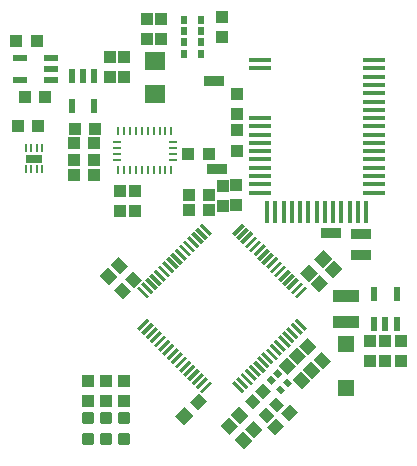
<source format=gtp>
G75*
%MOIN*%
%OFA0B0*%
%FSLAX25Y25*%
%IPPOS*%
%LPD*%
%AMOC8*
5,1,8,0,0,1.08239X$1,22.5*
%
%ADD10R,0.07283X0.01772*%
%ADD11R,0.01772X0.07283*%
%ADD12R,0.04724X0.01181*%
%ADD13R,0.01181X0.04724*%
%ADD14R,0.04331X0.03937*%
%ADD15R,0.02165X0.04724*%
%ADD16R,0.08661X0.04000*%
%ADD17R,0.05512X0.05512*%
%ADD18R,0.03937X0.04331*%
%ADD19R,0.00984X0.02657*%
%ADD20R,0.02657X0.00984*%
%ADD21R,0.02362X0.02835*%
%ADD22R,0.07087X0.06299*%
%ADD23R,0.04724X0.02165*%
%ADD24R,0.02362X0.01969*%
%ADD25R,0.03937X0.03543*%
%ADD26R,0.06693X0.03543*%
%ADD27C,0.01181*%
%ADD28R,0.00984X0.02756*%
%ADD29R,0.05394X0.02520*%
D10*
X0098156Y0101984D03*
X0098156Y0104740D03*
X0098156Y0107496D03*
X0098156Y0110252D03*
X0098156Y0113008D03*
X0098156Y0115763D03*
X0098156Y0118519D03*
X0098156Y0121275D03*
X0098156Y0124031D03*
X0098156Y0126787D03*
X0098156Y0143322D03*
X0098156Y0146078D03*
X0136148Y0146078D03*
X0136148Y0143322D03*
X0136148Y0140567D03*
X0136148Y0137811D03*
X0136148Y0135055D03*
X0136148Y0132299D03*
X0136148Y0129543D03*
X0136148Y0126787D03*
X0136148Y0124031D03*
X0136148Y0121275D03*
X0136148Y0118519D03*
X0136148Y0115763D03*
X0136148Y0113008D03*
X0136148Y0110252D03*
X0136148Y0107496D03*
X0136148Y0104740D03*
X0136148Y0101984D03*
D11*
X0133688Y0095586D03*
X0130932Y0095586D03*
X0128176Y0095586D03*
X0125420Y0095586D03*
X0122664Y0095586D03*
X0119908Y0095586D03*
X0117152Y0095586D03*
X0114396Y0095586D03*
X0111640Y0095586D03*
X0108884Y0095586D03*
X0106128Y0095586D03*
X0103373Y0095586D03*
X0100617Y0095586D03*
D12*
G36*
X0078975Y0091796D02*
X0082314Y0088457D01*
X0081479Y0087622D01*
X0078140Y0090961D01*
X0078975Y0091796D01*
G37*
G36*
X0077583Y0090404D02*
X0080922Y0087065D01*
X0080087Y0086230D01*
X0076748Y0089569D01*
X0077583Y0090404D01*
G37*
G36*
X0076192Y0089012D02*
X0079531Y0085673D01*
X0078696Y0084838D01*
X0075357Y0088177D01*
X0076192Y0089012D01*
G37*
G36*
X0074800Y0087620D02*
X0078139Y0084281D01*
X0077304Y0083446D01*
X0073965Y0086785D01*
X0074800Y0087620D01*
G37*
G36*
X0073408Y0086228D02*
X0076747Y0082889D01*
X0075912Y0082054D01*
X0072573Y0085393D01*
X0073408Y0086228D01*
G37*
G36*
X0072016Y0084836D02*
X0075355Y0081497D01*
X0074520Y0080662D01*
X0071181Y0084001D01*
X0072016Y0084836D01*
G37*
G36*
X0070624Y0083444D02*
X0073963Y0080105D01*
X0073128Y0079270D01*
X0069789Y0082609D01*
X0070624Y0083444D01*
G37*
G36*
X0069232Y0082052D02*
X0072571Y0078713D01*
X0071736Y0077878D01*
X0068397Y0081217D01*
X0069232Y0082052D01*
G37*
G36*
X0067840Y0080660D02*
X0071179Y0077321D01*
X0070344Y0076486D01*
X0067005Y0079825D01*
X0067840Y0080660D01*
G37*
G36*
X0066448Y0079268D02*
X0069787Y0075929D01*
X0068952Y0075094D01*
X0065613Y0078433D01*
X0066448Y0079268D01*
G37*
G36*
X0065056Y0077876D02*
X0068395Y0074537D01*
X0067560Y0073702D01*
X0064221Y0077041D01*
X0065056Y0077876D01*
G37*
G36*
X0063664Y0076485D02*
X0067003Y0073146D01*
X0066168Y0072311D01*
X0062829Y0075650D01*
X0063664Y0076485D01*
G37*
G36*
X0062272Y0075093D02*
X0065611Y0071754D01*
X0064776Y0070919D01*
X0061437Y0074258D01*
X0062272Y0075093D01*
G37*
G36*
X0060880Y0073701D02*
X0064219Y0070362D01*
X0063384Y0069527D01*
X0060045Y0072866D01*
X0060880Y0073701D01*
G37*
G36*
X0059488Y0072309D02*
X0062827Y0068970D01*
X0061992Y0068135D01*
X0058653Y0071474D01*
X0059488Y0072309D01*
G37*
G36*
X0058096Y0070917D02*
X0061435Y0067578D01*
X0060600Y0066743D01*
X0057261Y0070082D01*
X0058096Y0070917D01*
G37*
G36*
X0096792Y0046140D02*
X0100131Y0042801D01*
X0099296Y0041966D01*
X0095957Y0045305D01*
X0096792Y0046140D01*
G37*
G36*
X0098184Y0047532D02*
X0101523Y0044193D01*
X0100688Y0043358D01*
X0097349Y0046697D01*
X0098184Y0047532D01*
G37*
G36*
X0099576Y0048924D02*
X0102915Y0045585D01*
X0102080Y0044750D01*
X0098741Y0048089D01*
X0099576Y0048924D01*
G37*
G36*
X0100968Y0050316D02*
X0104307Y0046977D01*
X0103472Y0046142D01*
X0100133Y0049481D01*
X0100968Y0050316D01*
G37*
G36*
X0102360Y0051708D02*
X0105699Y0048369D01*
X0104864Y0047534D01*
X0101525Y0050873D01*
X0102360Y0051708D01*
G37*
G36*
X0103752Y0053100D02*
X0107091Y0049761D01*
X0106256Y0048926D01*
X0102917Y0052265D01*
X0103752Y0053100D01*
G37*
G36*
X0105144Y0054492D02*
X0108483Y0051153D01*
X0107648Y0050318D01*
X0104309Y0053657D01*
X0105144Y0054492D01*
G37*
G36*
X0106536Y0055884D02*
X0109875Y0052545D01*
X0109040Y0051710D01*
X0105701Y0055049D01*
X0106536Y0055884D01*
G37*
G36*
X0107928Y0057276D02*
X0111267Y0053937D01*
X0110432Y0053102D01*
X0107093Y0056441D01*
X0107928Y0057276D01*
G37*
G36*
X0109320Y0058668D02*
X0112659Y0055329D01*
X0111824Y0054494D01*
X0108485Y0057833D01*
X0109320Y0058668D01*
G37*
G36*
X0110712Y0060060D02*
X0114051Y0056721D01*
X0113216Y0055886D01*
X0109877Y0059225D01*
X0110712Y0060060D01*
G37*
G36*
X0095400Y0044748D02*
X0098739Y0041409D01*
X0097904Y0040574D01*
X0094565Y0043913D01*
X0095400Y0044748D01*
G37*
G36*
X0094008Y0043356D02*
X0097347Y0040017D01*
X0096512Y0039182D01*
X0093173Y0042521D01*
X0094008Y0043356D01*
G37*
G36*
X0092616Y0041964D02*
X0095955Y0038625D01*
X0095120Y0037790D01*
X0091781Y0041129D01*
X0092616Y0041964D01*
G37*
G36*
X0091225Y0040572D02*
X0094564Y0037233D01*
X0093729Y0036398D01*
X0090390Y0039737D01*
X0091225Y0040572D01*
G37*
G36*
X0089833Y0039180D02*
X0093172Y0035841D01*
X0092337Y0035006D01*
X0088998Y0038345D01*
X0089833Y0039180D01*
G37*
D13*
G36*
X0081479Y0039180D02*
X0082314Y0038345D01*
X0078975Y0035006D01*
X0078140Y0035841D01*
X0081479Y0039180D01*
G37*
G36*
X0080087Y0040572D02*
X0080922Y0039737D01*
X0077583Y0036398D01*
X0076748Y0037233D01*
X0080087Y0040572D01*
G37*
G36*
X0078696Y0041964D02*
X0079531Y0041129D01*
X0076192Y0037790D01*
X0075357Y0038625D01*
X0078696Y0041964D01*
G37*
G36*
X0077304Y0043356D02*
X0078139Y0042521D01*
X0074800Y0039182D01*
X0073965Y0040017D01*
X0077304Y0043356D01*
G37*
G36*
X0075912Y0044748D02*
X0076747Y0043913D01*
X0073408Y0040574D01*
X0072573Y0041409D01*
X0075912Y0044748D01*
G37*
G36*
X0074520Y0046140D02*
X0075355Y0045305D01*
X0072016Y0041966D01*
X0071181Y0042801D01*
X0074520Y0046140D01*
G37*
G36*
X0073128Y0047532D02*
X0073963Y0046697D01*
X0070624Y0043358D01*
X0069789Y0044193D01*
X0073128Y0047532D01*
G37*
G36*
X0071736Y0048924D02*
X0072571Y0048089D01*
X0069232Y0044750D01*
X0068397Y0045585D01*
X0071736Y0048924D01*
G37*
G36*
X0070344Y0050316D02*
X0071179Y0049481D01*
X0067840Y0046142D01*
X0067005Y0046977D01*
X0070344Y0050316D01*
G37*
G36*
X0068952Y0051708D02*
X0069787Y0050873D01*
X0066448Y0047534D01*
X0065613Y0048369D01*
X0068952Y0051708D01*
G37*
G36*
X0067560Y0053100D02*
X0068395Y0052265D01*
X0065056Y0048926D01*
X0064221Y0049761D01*
X0067560Y0053100D01*
G37*
G36*
X0066168Y0054492D02*
X0067003Y0053657D01*
X0063664Y0050318D01*
X0062829Y0051153D01*
X0066168Y0054492D01*
G37*
G36*
X0064776Y0055884D02*
X0065611Y0055049D01*
X0062272Y0051710D01*
X0061437Y0052545D01*
X0064776Y0055884D01*
G37*
G36*
X0063384Y0057276D02*
X0064219Y0056441D01*
X0060880Y0053102D01*
X0060045Y0053937D01*
X0063384Y0057276D01*
G37*
G36*
X0061992Y0058668D02*
X0062827Y0057833D01*
X0059488Y0054494D01*
X0058653Y0055329D01*
X0061992Y0058668D01*
G37*
G36*
X0060600Y0060060D02*
X0061435Y0059225D01*
X0058096Y0055886D01*
X0057261Y0056721D01*
X0060600Y0060060D01*
G37*
G36*
X0099296Y0084836D02*
X0100131Y0084001D01*
X0096792Y0080662D01*
X0095957Y0081497D01*
X0099296Y0084836D01*
G37*
G36*
X0097904Y0086228D02*
X0098739Y0085393D01*
X0095400Y0082054D01*
X0094565Y0082889D01*
X0097904Y0086228D01*
G37*
G36*
X0096512Y0087620D02*
X0097347Y0086785D01*
X0094008Y0083446D01*
X0093173Y0084281D01*
X0096512Y0087620D01*
G37*
G36*
X0095120Y0089012D02*
X0095955Y0088177D01*
X0092616Y0084838D01*
X0091781Y0085673D01*
X0095120Y0089012D01*
G37*
G36*
X0093729Y0090404D02*
X0094564Y0089569D01*
X0091225Y0086230D01*
X0090390Y0087065D01*
X0093729Y0090404D01*
G37*
G36*
X0092337Y0091796D02*
X0093172Y0090961D01*
X0089833Y0087622D01*
X0088998Y0088457D01*
X0092337Y0091796D01*
G37*
G36*
X0100688Y0083444D02*
X0101523Y0082609D01*
X0098184Y0079270D01*
X0097349Y0080105D01*
X0100688Y0083444D01*
G37*
G36*
X0102080Y0082052D02*
X0102915Y0081217D01*
X0099576Y0077878D01*
X0098741Y0078713D01*
X0102080Y0082052D01*
G37*
G36*
X0103472Y0080660D02*
X0104307Y0079825D01*
X0100968Y0076486D01*
X0100133Y0077321D01*
X0103472Y0080660D01*
G37*
G36*
X0104864Y0079268D02*
X0105699Y0078433D01*
X0102360Y0075094D01*
X0101525Y0075929D01*
X0104864Y0079268D01*
G37*
G36*
X0106256Y0077876D02*
X0107091Y0077041D01*
X0103752Y0073702D01*
X0102917Y0074537D01*
X0106256Y0077876D01*
G37*
G36*
X0107648Y0076485D02*
X0108483Y0075650D01*
X0105144Y0072311D01*
X0104309Y0073146D01*
X0107648Y0076485D01*
G37*
G36*
X0109040Y0075093D02*
X0109875Y0074258D01*
X0106536Y0070919D01*
X0105701Y0071754D01*
X0109040Y0075093D01*
G37*
G36*
X0110432Y0073701D02*
X0111267Y0072866D01*
X0107928Y0069527D01*
X0107093Y0070362D01*
X0110432Y0073701D01*
G37*
G36*
X0111824Y0072309D02*
X0112659Y0071474D01*
X0109320Y0068135D01*
X0108485Y0068970D01*
X0111824Y0072309D01*
G37*
G36*
X0113216Y0070917D02*
X0114051Y0070082D01*
X0110712Y0066743D01*
X0109877Y0067578D01*
X0113216Y0070917D01*
G37*
D14*
G36*
X0117535Y0075206D02*
X0114474Y0072145D01*
X0111691Y0074928D01*
X0114752Y0077989D01*
X0117535Y0075206D01*
G37*
G36*
X0120950Y0071841D02*
X0117889Y0068780D01*
X0115106Y0071563D01*
X0118167Y0074624D01*
X0120950Y0071841D01*
G37*
G36*
X0125682Y0076574D02*
X0122621Y0073513D01*
X0119838Y0076296D01*
X0122899Y0079357D01*
X0125682Y0076574D01*
G37*
G36*
X0122268Y0079938D02*
X0119207Y0076877D01*
X0116424Y0079660D01*
X0119485Y0082721D01*
X0122268Y0079938D01*
G37*
X0135010Y0052574D03*
X0135010Y0045882D03*
X0145185Y0045755D03*
X0145185Y0052448D03*
G36*
X0119158Y0043069D02*
X0116097Y0046130D01*
X0118880Y0048913D01*
X0121941Y0045852D01*
X0119158Y0043069D01*
G37*
G36*
X0115709Y0039849D02*
X0112648Y0042910D01*
X0115431Y0045693D01*
X0118492Y0042632D01*
X0115709Y0039849D01*
G37*
G36*
X0112279Y0036514D02*
X0109218Y0039575D01*
X0112001Y0042358D01*
X0115062Y0039297D01*
X0112279Y0036514D01*
G37*
G36*
X0111087Y0028822D02*
X0108026Y0025761D01*
X0105243Y0028544D01*
X0108304Y0031605D01*
X0111087Y0028822D01*
G37*
G36*
X0106355Y0024089D02*
X0103294Y0021028D01*
X0100511Y0023811D01*
X0103572Y0026872D01*
X0106355Y0024089D01*
G37*
G36*
X0096437Y0020124D02*
X0093376Y0023185D01*
X0096159Y0025968D01*
X0099220Y0022907D01*
X0096437Y0020124D01*
G37*
G36*
X0092920Y0016490D02*
X0089859Y0019551D01*
X0092642Y0022334D01*
X0095703Y0019273D01*
X0092920Y0016490D01*
G37*
G36*
X0088187Y0021222D02*
X0085126Y0024283D01*
X0087909Y0027066D01*
X0090970Y0024005D01*
X0088187Y0021222D01*
G37*
G36*
X0091704Y0024856D02*
X0088643Y0027917D01*
X0091426Y0030700D01*
X0094487Y0027639D01*
X0091704Y0024856D01*
G37*
G36*
X0074793Y0032077D02*
X0077854Y0035138D01*
X0080637Y0032355D01*
X0077576Y0029294D01*
X0074793Y0032077D01*
G37*
G36*
X0070060Y0027345D02*
X0073121Y0030406D01*
X0075904Y0027623D01*
X0072843Y0024562D01*
X0070060Y0027345D01*
G37*
X0052884Y0032468D03*
X0046884Y0032468D03*
X0040884Y0032468D03*
X0040884Y0039161D03*
X0046884Y0039161D03*
X0052884Y0039161D03*
G36*
X0052330Y0072296D02*
X0055391Y0069235D01*
X0052608Y0066452D01*
X0049547Y0069513D01*
X0052330Y0072296D01*
G37*
G36*
X0055921Y0075828D02*
X0058982Y0072767D01*
X0056199Y0069984D01*
X0053138Y0073045D01*
X0055921Y0075828D01*
G37*
G36*
X0051188Y0080561D02*
X0054249Y0077500D01*
X0051466Y0074717D01*
X0048405Y0077778D01*
X0051188Y0080561D01*
G37*
G36*
X0047598Y0077028D02*
X0050659Y0073967D01*
X0047876Y0071184D01*
X0044815Y0074245D01*
X0047598Y0077028D01*
G37*
X0056588Y0095905D03*
X0056588Y0102598D03*
X0043065Y0118414D03*
X0036373Y0118414D03*
X0036538Y0123015D03*
X0043231Y0123015D03*
X0024231Y0124315D03*
X0017538Y0124315D03*
X0017097Y0152496D03*
X0023790Y0152496D03*
X0085499Y0153882D03*
X0085499Y0160574D03*
X0090613Y0122674D03*
X0090613Y0115982D03*
G36*
X0114425Y0047802D02*
X0111364Y0050863D01*
X0114147Y0053646D01*
X0117208Y0050585D01*
X0114425Y0047802D01*
G37*
G36*
X0110976Y0044582D02*
X0107915Y0047643D01*
X0110698Y0050426D01*
X0113759Y0047365D01*
X0110976Y0044582D01*
G37*
G36*
X0107546Y0041246D02*
X0104485Y0044307D01*
X0107268Y0047090D01*
X0110329Y0044029D01*
X0107546Y0041246D01*
G37*
D15*
X0136325Y0058046D03*
X0140065Y0058046D03*
X0143806Y0058046D03*
X0143806Y0068283D03*
X0136325Y0068283D03*
X0043065Y0130708D03*
X0035585Y0130708D03*
X0035585Y0140945D03*
X0039325Y0140945D03*
X0043065Y0140945D03*
D16*
X0127026Y0067586D03*
X0127026Y0058712D03*
D17*
X0127091Y0051374D03*
X0127091Y0036808D03*
D18*
X0139984Y0045868D03*
X0139984Y0052561D03*
X0081317Y0096055D03*
X0085847Y0097619D03*
X0090388Y0097693D03*
X0090388Y0104385D03*
X0085847Y0104312D03*
X0081317Y0100989D03*
X0074625Y0100989D03*
X0074625Y0096055D03*
X0051774Y0095803D03*
X0051774Y0102496D03*
X0043117Y0107874D03*
X0036425Y0107874D03*
X0036425Y0112900D03*
X0043117Y0112900D03*
X0026672Y0133819D03*
X0019979Y0133819D03*
X0048144Y0140338D03*
X0052973Y0140327D03*
X0052973Y0147020D03*
X0048144Y0147031D03*
X0060625Y0153133D03*
X0065310Y0153133D03*
X0065310Y0159826D03*
X0060625Y0159826D03*
X0090771Y0134685D03*
X0090771Y0127992D03*
X0081144Y0114945D03*
X0074451Y0114945D03*
D19*
X0068727Y0109368D03*
X0066758Y0109368D03*
X0064790Y0109368D03*
X0062821Y0109368D03*
X0060853Y0109368D03*
X0058884Y0109368D03*
X0056916Y0109368D03*
X0054947Y0109368D03*
X0052979Y0109368D03*
X0051010Y0109368D03*
X0051010Y0122458D03*
X0052979Y0122458D03*
X0054947Y0122458D03*
X0056916Y0122458D03*
X0058884Y0122458D03*
X0060853Y0122458D03*
X0062821Y0122458D03*
X0064790Y0122458D03*
X0066758Y0122458D03*
X0068727Y0122458D03*
D20*
X0069170Y0118866D03*
X0069170Y0116897D03*
X0069170Y0114929D03*
X0069170Y0112960D03*
X0050567Y0112960D03*
X0050567Y0114929D03*
X0050567Y0116897D03*
X0050567Y0118866D03*
D21*
X0073058Y0148193D03*
X0073058Y0152011D03*
X0073058Y0155830D03*
X0078569Y0155830D03*
X0078569Y0152011D03*
X0078569Y0148193D03*
X0078569Y0159649D03*
X0073058Y0159649D03*
D22*
X0063176Y0145803D03*
X0063176Y0134779D03*
D23*
X0028562Y0139504D03*
X0028562Y0143244D03*
X0028562Y0146984D03*
X0018325Y0146984D03*
X0018325Y0139504D03*
D24*
G36*
X0104442Y0040164D02*
X0102773Y0041833D01*
X0104164Y0043224D01*
X0105833Y0041555D01*
X0104442Y0040164D01*
G37*
G36*
X0102215Y0037937D02*
X0100546Y0039606D01*
X0101937Y0040997D01*
X0103606Y0039328D01*
X0102215Y0037937D01*
G37*
G36*
X0105277Y0034875D02*
X0103608Y0036544D01*
X0104999Y0037935D01*
X0106668Y0036266D01*
X0105277Y0034875D01*
G37*
G36*
X0107504Y0037102D02*
X0105835Y0038771D01*
X0107226Y0040162D01*
X0108895Y0038493D01*
X0107504Y0037102D01*
G37*
D25*
G36*
X0099144Y0038359D02*
X0101926Y0035577D01*
X0099422Y0033073D01*
X0096640Y0035855D01*
X0099144Y0038359D01*
G37*
G36*
X0095734Y0034949D02*
X0098516Y0032167D01*
X0096012Y0029663D01*
X0093230Y0032445D01*
X0095734Y0034949D01*
G37*
G36*
X0103668Y0033835D02*
X0106450Y0031053D01*
X0103946Y0028549D01*
X0101164Y0031331D01*
X0103668Y0033835D01*
G37*
G36*
X0100258Y0030425D02*
X0103040Y0027643D01*
X0100536Y0025139D01*
X0097754Y0027921D01*
X0100258Y0030425D01*
G37*
D26*
X0131884Y0081315D03*
X0131884Y0088315D03*
X0121884Y0088615D03*
X0083984Y0109715D03*
X0082884Y0139315D03*
D27*
X0042262Y0021240D02*
X0039506Y0021240D01*
X0042262Y0021240D02*
X0042262Y0018484D01*
X0039506Y0018484D01*
X0039506Y0021240D01*
X0039506Y0019664D02*
X0042262Y0019664D01*
X0042262Y0020844D02*
X0039506Y0020844D01*
X0045506Y0021240D02*
X0048262Y0021240D01*
X0048262Y0018484D01*
X0045506Y0018484D01*
X0045506Y0021240D01*
X0045506Y0019664D02*
X0048262Y0019664D01*
X0048262Y0020844D02*
X0045506Y0020844D01*
X0051506Y0021240D02*
X0054262Y0021240D01*
X0054262Y0018484D01*
X0051506Y0018484D01*
X0051506Y0021240D01*
X0051506Y0019664D02*
X0054262Y0019664D01*
X0054262Y0020844D02*
X0051506Y0020844D01*
X0051506Y0028145D02*
X0054262Y0028145D01*
X0054262Y0025389D01*
X0051506Y0025389D01*
X0051506Y0028145D01*
X0051506Y0026569D02*
X0054262Y0026569D01*
X0054262Y0027749D02*
X0051506Y0027749D01*
X0048262Y0028145D02*
X0045506Y0028145D01*
X0048262Y0028145D02*
X0048262Y0025389D01*
X0045506Y0025389D01*
X0045506Y0028145D01*
X0045506Y0026569D02*
X0048262Y0026569D01*
X0048262Y0027749D02*
X0045506Y0027749D01*
X0042262Y0028145D02*
X0039506Y0028145D01*
X0042262Y0028145D02*
X0042262Y0025389D01*
X0039506Y0025389D01*
X0039506Y0028145D01*
X0039506Y0026569D02*
X0042262Y0026569D01*
X0042262Y0027749D02*
X0039506Y0027749D01*
D28*
X0025592Y0109653D03*
X0023821Y0109653D03*
X0022049Y0109653D03*
X0020277Y0109653D03*
X0020277Y0116937D03*
X0022049Y0116937D03*
X0023821Y0116937D03*
X0025592Y0116937D03*
D29*
X0022935Y0113295D03*
M02*

</source>
